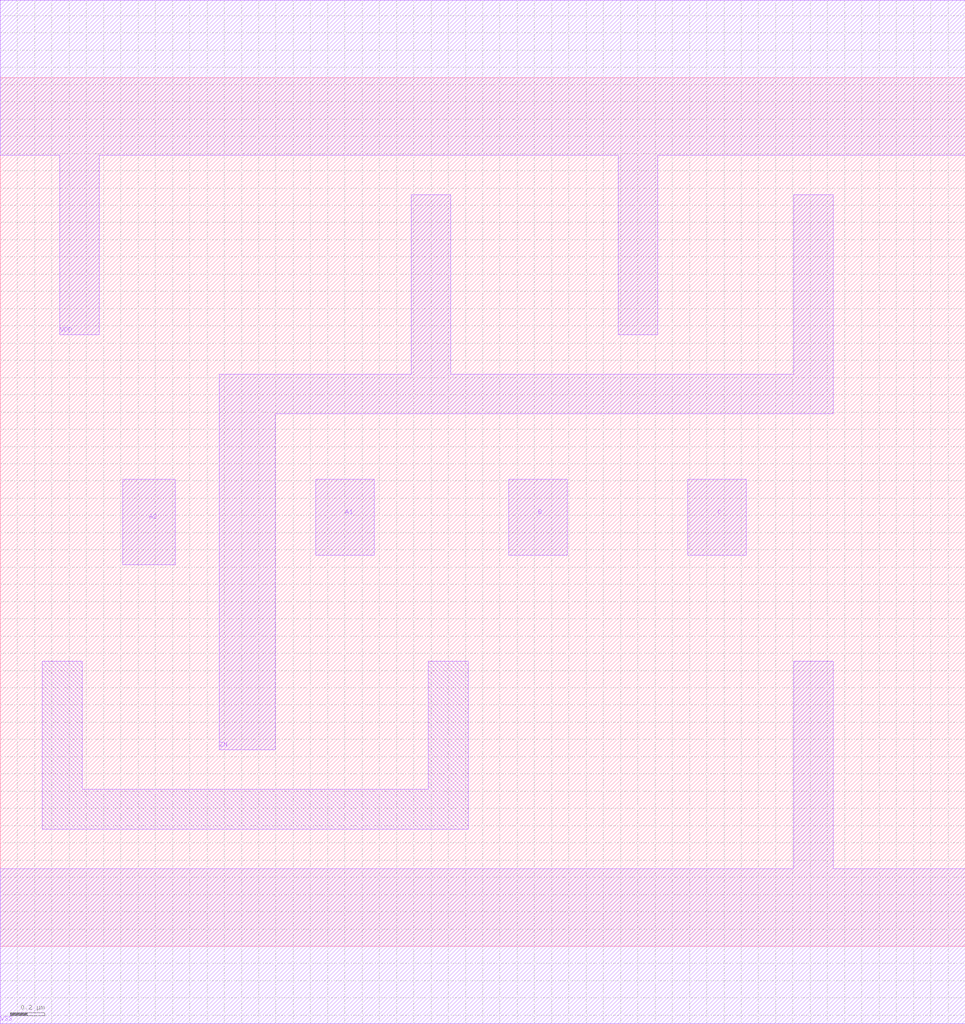
<source format=lef>
# Copyright 2022 GlobalFoundries PDK Authors
#
# Licensed under the Apache License, Version 2.0 (the "License");
# you may not use this file except in compliance with the License.
# You may obtain a copy of the License at
#
#      http://www.apache.org/licenses/LICENSE-2.0
#
# Unless required by applicable law or agreed to in writing, software
# distributed under the License is distributed on an "AS IS" BASIS,
# WITHOUT WARRANTIES OR CONDITIONS OF ANY KIND, either express or implied.
# See the License for the specific language governing permissions and
# limitations under the License.

MACRO gf180mcu_fd_sc_mcu9t5v0__oai211_1
  CLASS core ;
  FOREIGN gf180mcu_fd_sc_mcu9t5v0__oai211_1 0.0 0.0 ;
  ORIGIN 0 0 ;
  SYMMETRY X Y ;
  SITE GF018hv5v_green_sc9 ;
  SIZE 5.6 BY 5.04 ;
  PIN A1
    DIRECTION INPUT ;
    ANTENNAGATEAREA 1.707 ;
    PORT
      LAYER Metal1 ;
        POLYGON 1.83 2.27 2.17 2.27 2.17 2.71 1.83 2.71  ;
    END
  END A1
  PIN A2
    DIRECTION INPUT ;
    ANTENNAGATEAREA 1.707 ;
    PORT
      LAYER Metal1 ;
        POLYGON 0.71 2.215 1.015 2.215 1.015 2.71 0.71 2.71  ;
    END
  END A2
  PIN B
    DIRECTION INPUT ;
    ANTENNAGATEAREA 1.522 ;
    PORT
      LAYER Metal1 ;
        POLYGON 2.95 2.27 3.29 2.27 3.29 2.71 2.95 2.71  ;
    END
  END B
  PIN C
    DIRECTION INPUT ;
    ANTENNAGATEAREA 1.522 ;
    PORT
      LAYER Metal1 ;
        POLYGON 3.99 2.27 4.33 2.27 4.33 2.71 3.99 2.71  ;
    END
  END C
  PIN ZN
    DIRECTION OUTPUT ;
    ANTENNADIFFAREA 2.4988 ;
    PORT
      LAYER Metal1 ;
        POLYGON 1.27 1.14 1.595 1.14 1.595 3.09 2.715 3.09 4.835 3.09 4.835 4.36 4.605 4.36 4.605 3.32 2.715 3.32 2.615 3.32 2.615 4.36 2.385 4.36 2.385 3.32 1.27 3.32  ;
    END
  END ZN
  PIN VDD
    DIRECTION INOUT ;
    USE power ;
    SHAPE ABUTMENT ;
    PORT
      LAYER Metal1 ;
        POLYGON 0 4.59 0.345 4.59 0.345 3.55 0.575 3.55 0.575 4.59 2.715 4.59 3.585 4.59 3.585 3.55 3.815 3.55 3.815 4.59 5.6 4.59 5.6 5.49 2.715 5.49 0 5.49  ;
    END
  END VDD
  PIN VSS
    DIRECTION INOUT ;
    USE ground ;
    SHAPE ABUTMENT ;
    PORT
      LAYER Metal1 ;
        POLYGON 0 -0.45 5.6 -0.45 5.6 0.45 4.835 0.45 4.835 1.655 4.605 1.655 4.605 0.45 0 0.45  ;
    END
  END VSS
  OBS
      LAYER Metal1 ;
        POLYGON 0.245 0.68 2.715 0.68 2.715 1.655 2.485 1.655 2.485 0.91 0.475 0.91 0.475 1.655 0.245 1.655  ;
  END
END gf180mcu_fd_sc_mcu9t5v0__oai211_1

</source>
